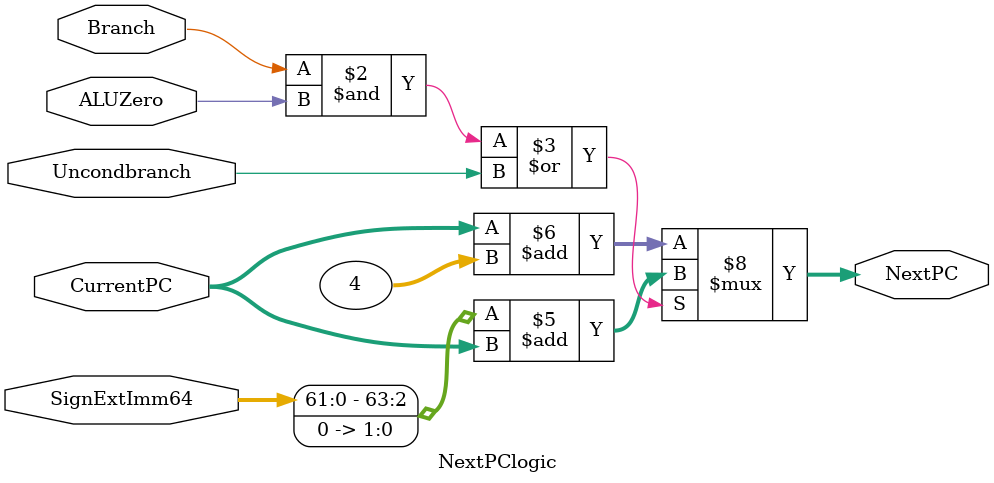
<source format=v>
`timescale 1ns / 1ps

module NextPClogic(NextPC, CurrentPC, SignExtImm64, Branch, ALUZero, Uncondbranch);
	input [63:0] CurrentPC, SignExtImm64;
	input Branch, ALUZero, Uncondbranch;
	output reg [63:0] NextPC;

	reg [63:0] PC_4;

	always @(*) begin
		if((Branch & ALUZero) | Uncondbranch)
			NextPC <= #2 (SignExtImm64 << 2) + CurrentPC ;
		else
			NextPC <= #2 CurrentPC + 4;
	end
endmodule

</source>
